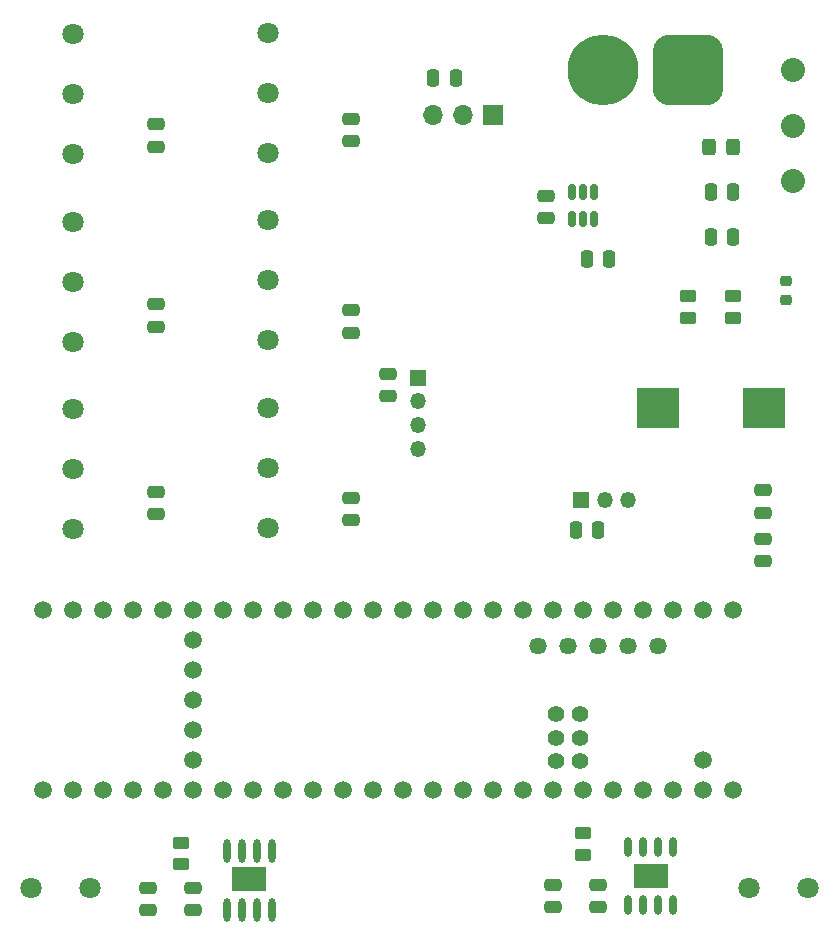
<source format=gbr>
%TF.GenerationSoftware,KiCad,Pcbnew,7.0.7*%
%TF.CreationDate,2024-02-11T13:41:50-05:00*%
%TF.ProjectId,Frosti,46726f73-7469-42e6-9b69-6361645f7063,rev?*%
%TF.SameCoordinates,Original*%
%TF.FileFunction,Soldermask,Top*%
%TF.FilePolarity,Negative*%
%FSLAX46Y46*%
G04 Gerber Fmt 4.6, Leading zero omitted, Abs format (unit mm)*
G04 Created by KiCad (PCBNEW 7.0.7) date 2024-02-11 13:41:50*
%MOMM*%
%LPD*%
G01*
G04 APERTURE LIST*
G04 Aperture macros list*
%AMRoundRect*
0 Rectangle with rounded corners*
0 $1 Rounding radius*
0 $2 $3 $4 $5 $6 $7 $8 $9 X,Y pos of 4 corners*
0 Add a 4 corners polygon primitive as box body*
4,1,4,$2,$3,$4,$5,$6,$7,$8,$9,$2,$3,0*
0 Add four circle primitives for the rounded corners*
1,1,$1+$1,$2,$3*
1,1,$1+$1,$4,$5*
1,1,$1+$1,$6,$7*
1,1,$1+$1,$8,$9*
0 Add four rect primitives between the rounded corners*
20,1,$1+$1,$2,$3,$4,$5,0*
20,1,$1+$1,$4,$5,$6,$7,0*
20,1,$1+$1,$6,$7,$8,$9,0*
20,1,$1+$1,$8,$9,$2,$3,0*%
G04 Aperture macros list end*
%ADD10RoundRect,0.250000X-0.250000X-0.475000X0.250000X-0.475000X0.250000X0.475000X-0.250000X0.475000X0*%
%ADD11RoundRect,0.250000X-0.450000X0.262500X-0.450000X-0.262500X0.450000X-0.262500X0.450000X0.262500X0*%
%ADD12RoundRect,0.250000X0.250000X0.475000X-0.250000X0.475000X-0.250000X-0.475000X0.250000X-0.475000X0*%
%ADD13RoundRect,0.250000X-0.475000X0.250000X-0.475000X-0.250000X0.475000X-0.250000X0.475000X0.250000X0*%
%ADD14C,1.803400*%
%ADD15RoundRect,0.150000X-0.150000X0.512500X-0.150000X-0.512500X0.150000X-0.512500X0.150000X0.512500X0*%
%ADD16R,1.700000X1.700000*%
%ADD17O,1.700000X1.700000*%
%ADD18RoundRect,0.250000X0.325000X0.450000X-0.325000X0.450000X-0.325000X-0.450000X0.325000X-0.450000X0*%
%ADD19RoundRect,0.250000X0.475000X-0.250000X0.475000X0.250000X-0.475000X0.250000X-0.475000X-0.250000X0*%
%ADD20RoundRect,0.250000X0.450000X-0.262500X0.450000X0.262500X-0.450000X0.262500X-0.450000X-0.262500X0*%
%ADD21O,0.599999X2.000001*%
%ADD22R,2.999999X2.130001*%
%ADD23R,1.350000X1.350000*%
%ADD24O,1.350000X1.350000*%
%ADD25C,1.512000*%
%ADD26C,1.462000*%
%ADD27C,1.412000*%
%ADD28O,0.599999X1.699999*%
%ADD29RoundRect,0.218750X0.256250X-0.218750X0.256250X0.218750X-0.256250X0.218750X-0.256250X-0.218750X0*%
%ADD30C,2.032000*%
%ADD31RoundRect,1.500000X1.500000X1.500000X-1.500000X1.500000X-1.500000X-1.500000X1.500000X-1.500000X0*%
%ADD32C,6.000000*%
%ADD33R,3.550000X3.500000*%
G04 APERTURE END LIST*
D10*
%TO.C,C19*%
X139065000Y-62230000D03*
X140965000Y-62230000D03*
%TD*%
D11*
%TO.C,R2*%
X117722500Y-127000000D03*
X117722500Y-128825000D03*
%TD*%
D12*
%TO.C,C8*%
X153985000Y-77602500D03*
X152085000Y-77602500D03*
%TD*%
D13*
%TO.C,C14*%
X132080000Y-97795000D03*
X132080000Y-99695000D03*
%TD*%
D14*
%TO.C,U5*%
X170815000Y-130810000D03*
X165815000Y-130810000D03*
%TD*%
D15*
%TO.C,U17*%
X152715000Y-71887500D03*
X151765000Y-71887500D03*
X150815000Y-71887500D03*
X150815000Y-74162500D03*
X151765000Y-74162500D03*
X152715000Y-74162500D03*
%TD*%
D16*
%TO.C,Servo Motor*%
X144145000Y-65405000D03*
D17*
X141605000Y-65405000D03*
X139065000Y-65405000D03*
%TD*%
D14*
%TO.C,U11*%
X109980100Y-130810000D03*
X104980100Y-130810000D03*
%TD*%
D13*
%TO.C,C13*%
X115570000Y-66170000D03*
X115570000Y-68070000D03*
%TD*%
%TO.C,C16*%
X132080000Y-81920000D03*
X132080000Y-83820000D03*
%TD*%
%TO.C,C10*%
X167005000Y-97160000D03*
X167005000Y-99060000D03*
%TD*%
%TO.C,C15*%
X132080000Y-65725000D03*
X132080000Y-67625000D03*
%TD*%
D18*
%TO.C,F1*%
X164465000Y-68070000D03*
X162415000Y-68070000D03*
%TD*%
D14*
%TO.C,U6*%
X108585000Y-68705000D03*
X108585000Y-63625000D03*
X108585000Y-58545000D03*
%TD*%
D19*
%TO.C,C3*%
X118745000Y-132710000D03*
X118745000Y-130810000D03*
%TD*%
D10*
%TO.C,C17*%
X151135000Y-100505000D03*
X153035000Y-100505000D03*
%TD*%
D20*
%TO.C,R4*%
X160655000Y-82550000D03*
X160655000Y-80725000D03*
%TD*%
D21*
%TO.C,U10*%
X125412500Y-127675000D03*
X124142500Y-127675000D03*
X122872500Y-127675000D03*
X121602500Y-127675000D03*
X121602500Y-132675000D03*
X122872500Y-132675000D03*
X124142500Y-132675000D03*
X125412500Y-132675000D03*
D22*
X123497500Y-130085000D03*
%TD*%
D14*
%TO.C,U2*%
X125095000Y-68580000D03*
X125095000Y-63500000D03*
X125095000Y-58420000D03*
%TD*%
D11*
%TO.C,R1*%
X151765000Y-126217500D03*
X151765000Y-128042500D03*
%TD*%
D14*
%TO.C,U1*%
X125095000Y-84455000D03*
X125095000Y-79375000D03*
X125095000Y-74295000D03*
%TD*%
D10*
%TO.C,C5*%
X162565000Y-71880000D03*
X164465000Y-71880000D03*
%TD*%
D13*
%TO.C,C9*%
X167005000Y-101285000D03*
X167005000Y-103185000D03*
%TD*%
D19*
%TO.C,C1*%
X153035000Y-132487500D03*
X153035000Y-130587500D03*
%TD*%
D23*
%TO.C,IMU*%
X137795000Y-87630000D03*
D24*
X137795000Y-89630000D03*
X137795000Y-91630000D03*
X137795000Y-93630000D03*
%TD*%
D25*
%TO.C,U14*%
X161925000Y-107315000D03*
X159385000Y-107315000D03*
X156845000Y-107315000D03*
X154305000Y-107315000D03*
X128905000Y-107315000D03*
X159385000Y-122555000D03*
X118745000Y-112395000D03*
X151765000Y-107315000D03*
X149225000Y-107315000D03*
D26*
X158115000Y-110365000D03*
D25*
X146685000Y-107315000D03*
X144145000Y-107315000D03*
X141605000Y-107315000D03*
X139065000Y-107315000D03*
X136525000Y-107315000D03*
X133985000Y-107315000D03*
X131445000Y-107315000D03*
X131445000Y-122555000D03*
X133985000Y-122555000D03*
X136525000Y-122555000D03*
X139065000Y-122555000D03*
X141605000Y-122555000D03*
X144145000Y-122555000D03*
X146685000Y-122555000D03*
X149225000Y-122555000D03*
X151765000Y-122555000D03*
X154305000Y-122555000D03*
X156845000Y-122555000D03*
X126365000Y-107315000D03*
X123825000Y-107315000D03*
X121285000Y-107315000D03*
X118745000Y-107315000D03*
X116205000Y-107315000D03*
X113665000Y-107315000D03*
X111125000Y-107315000D03*
X108585000Y-107315000D03*
X106045000Y-107315000D03*
X106045000Y-122555000D03*
X108585000Y-122555000D03*
X111125000Y-122555000D03*
X113665000Y-122555000D03*
X116205000Y-122555000D03*
X118745000Y-122555000D03*
X121285000Y-122555000D03*
X123825000Y-122555000D03*
X126365000Y-122555000D03*
D26*
X153035000Y-110365000D03*
X155575000Y-110365000D03*
D25*
X164465000Y-107315000D03*
X128905000Y-122555000D03*
X161925000Y-122555000D03*
X118745000Y-114935000D03*
D27*
X149495000Y-118105000D03*
X151495000Y-118105000D03*
D25*
X118745000Y-120015000D03*
X118745000Y-117475000D03*
D27*
X151495000Y-120105000D03*
X149495000Y-120105000D03*
X149495000Y-116105000D03*
X151495000Y-116105000D03*
D26*
X150495000Y-110365000D03*
X147955000Y-110365000D03*
D25*
X118745000Y-109855000D03*
X164465000Y-122555000D03*
X161925000Y-120015000D03*
%TD*%
D13*
%TO.C,C7*%
X148590000Y-72207500D03*
X148590000Y-74107500D03*
%TD*%
D28*
%TO.C,U4*%
X159385000Y-127407500D03*
X158115000Y-127407500D03*
X156845000Y-127407500D03*
X155575000Y-127407500D03*
X155575000Y-132307500D03*
X156845000Y-132307500D03*
X158115000Y-132307500D03*
X159385000Y-132307500D03*
D22*
X157500000Y-129837500D03*
%TD*%
D13*
%TO.C,C12*%
X115570000Y-97280000D03*
X115570000Y-99180000D03*
%TD*%
D29*
%TO.C,D1*%
X168910000Y-81030000D03*
X168910000Y-79455000D03*
%TD*%
D12*
%TO.C,C6*%
X164460000Y-75690000D03*
X162560000Y-75690000D03*
%TD*%
D19*
%TO.C,C2*%
X149225000Y-132482500D03*
X149225000Y-130582500D03*
%TD*%
D30*
%TO.C,SW2*%
X169545000Y-70995001D03*
X169545000Y-66295000D03*
X169545000Y-61595000D03*
%TD*%
D19*
%TO.C,C4*%
X114935000Y-132710000D03*
X114935000Y-130810000D03*
%TD*%
D14*
%TO.C,U3*%
X125095000Y-100330000D03*
X125095000Y-95250000D03*
X125095000Y-90170000D03*
%TD*%
D31*
%TO.C,GND1*%
X160655000Y-61595000D03*
D32*
X153455000Y-61595000D03*
%TD*%
D13*
%TO.C,C18*%
X135255000Y-87285000D03*
X135255000Y-89185000D03*
%TD*%
D33*
%TO.C,L1*%
X158085000Y-90170000D03*
X167035000Y-90170000D03*
%TD*%
D14*
%TO.C,U8*%
X108585000Y-100455000D03*
X108585000Y-95375000D03*
X108585000Y-90295000D03*
%TD*%
D23*
%TO.C,Start Module*%
X151575000Y-97965000D03*
D24*
X153575000Y-97965000D03*
X155575000Y-97965000D03*
%TD*%
D13*
%TO.C,C11*%
X115570000Y-81405000D03*
X115570000Y-83305000D03*
%TD*%
D11*
%TO.C,R3*%
X164465000Y-80725000D03*
X164465000Y-82550000D03*
%TD*%
D14*
%TO.C,U7*%
X108585000Y-84580000D03*
X108585000Y-79500000D03*
X108585000Y-74420000D03*
%TD*%
M02*

</source>
